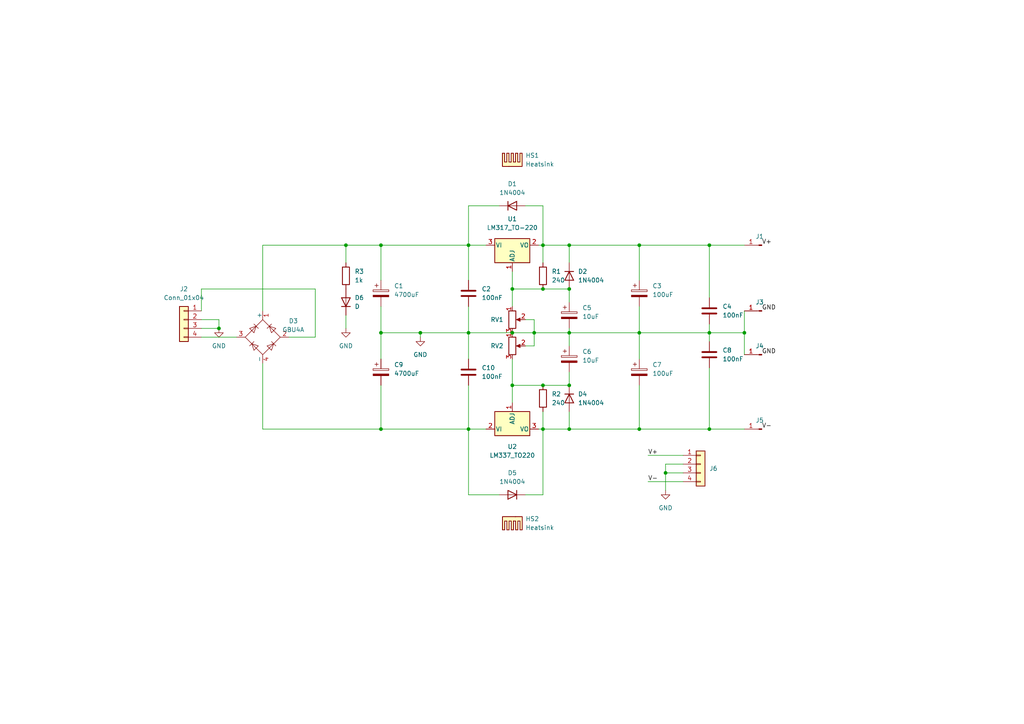
<source format=kicad_sch>
(kicad_sch (version 20211123) (generator eeschema)
  (paper "A4")
  (lib_symbols
    (symbol "Connector:Conn_01x01_Male" (pin_names (offset 1.016) hide)
      (property "Reference" "J" (at 0 2.54 0))
      (property "Value" "Conn_01x01_Male" (at 0 -2.54 0))
      (symbol "Conn_01x01_Male_1_1"
        (polyline (pts (xy 1.27 0) (xy 0.8636 0)) (stroke (width 0.1524)))
        (rectangle (start 0.8636 0.127) (end 0 -0.127) (stroke (width 0.1524)) (fill (type outline)))
        (pin passive line (at 5.08 0 180) (length 3.81) (name "Pin_1") (number "1"))
      )
    )
    (symbol "Connector_Generic:Conn_01x04" (pin_names (offset 1.016) hide)
      (property "Reference" "J" (at 0 5.08 0))
      (property "Value" "Conn_01x04" (at 0 -7.62 0))
      (symbol "Conn_01x04_1_1"
        (rectangle (start -1.27 -4.953) (end 0 -5.207) (stroke (width 0.1524)))
        (rectangle (start -1.27 -2.413) (end 0 -2.667) (stroke (width 0.1524)))
        (rectangle (start -1.27 0.127) (end 0 -0.127) (stroke (width 0.1524)))
        (rectangle (start -1.27 2.667) (end 0 2.413) (stroke (width 0.1524)))
        (rectangle (start -1.27 3.81) (end 1.27 -6.35) (stroke (width 0.254)) (fill (type background)))
        (pin passive line (at -5.08 2.54 0) (length 3.81) (name "Pin_1") (number "1"))
        (pin passive line (at -5.08 0 0) (length 3.81) (name "Pin_2") (number "2"))
        (pin passive line (at -5.08 -2.54 0) (length 3.81) (name "Pin_3") (number "3"))
        (pin passive line (at -5.08 -5.08 0) (length 3.81) (name "Pin_4") (number "4"))
      )
    )
    (symbol "Device:C" (pin_numbers hide) (pin_names (offset 0.254))
      (property "Reference" "C" (at 0.635 2.54 0))
      (property "Value" "C" (at 0.635 -2.54 0))
      (symbol "C_0_1"
        (polyline (pts (xy -2.032 -0.762) (xy 2.032 -0.762)) (stroke (width 0.508)))
        (polyline (pts (xy -2.032 0.762) (xy 2.032 0.762)) (stroke (width 0.508)))
      )
      (symbol "C_1_1"
        (pin passive line (at 0 3.81 270) (length 2.794) (name "~") (number "1"))
        (pin passive line (at 0 -3.81 90) (length 2.794) (name "~") (number "2"))
      )
    )
    (symbol "Device:C_Polarized" (pin_numbers hide) (pin_names (offset 0.254))
      (property "Reference" "C" (at 0.635 2.54 0))
      (property "Value" "C_Polarized" (at 0.635 -2.54 0))
      (symbol "C_Polarized_0_1"
        (rectangle (start -2.286 0.508) (end 2.286 1.016))
        (polyline (pts (xy -1.778 2.286) (xy -0.762 2.286)))
        (polyline (pts (xy -1.27 2.794) (xy -1.27 1.778)))
        (rectangle (start 2.286 -0.508) (end -2.286 -1.016) (fill (type outline)))
      )
      (symbol "C_Polarized_1_1"
        (pin passive line (at 0 3.81 270) (length 2.794) (name "~") (number "1"))
        (pin passive line (at 0 -3.81 90) (length 2.794) (name "~") (number "2"))
      )
    )
    (symbol "Device:D" (pin_numbers hide) (pin_names (offset 1.016) hide)
      (property "Reference" "D" (at 0 2.54 0))
      (property "Value" "D" (at 0 -2.54 0))
      (symbol "D_0_1"
        (polyline (pts (xy -1.27 1.27) (xy -1.27 -1.27)) (stroke (width 0.254)))
        (polyline (pts (xy 1.27 0) (xy -1.27 0)))
        (polyline (pts (xy 1.27 1.27) (xy 1.27 -1.27) (xy -1.27 0) (xy 1.27 1.27)) (stroke (width 0.254)))
      )
      (symbol "D_1_1"
        (pin passive line (at -3.81 0 0) (length 2.54) (name "K") (number "1"))
        (pin passive line (at 3.81 0 180) (length 2.54) (name "A") (number "2"))
      )
    )
    (symbol "Device:R" (pin_numbers hide) (pin_names (offset 0))
      (property "Reference" "R" (at 2.032 0 90))
      (property "Value" "R" (at 0 0 90))
      (symbol "R_0_1"
        (rectangle (start -1.016 -2.54) (end 1.016 2.54) (stroke (width 0.254)))
      )
      (symbol "R_1_1"
        (pin passive line (at 0 3.81 270) (length 1.27) (name "~") (number "1"))
        (pin passive line (at 0 -3.81 90) (length 1.27) (name "~") (number "2"))
      )
    )
    (symbol "Device:R_Potentiometer" (pin_names (offset 1.016) hide)
      (property "Reference" "RV" (at -4.445 0 90))
      (property "Value" "R_Potentiometer" (at -2.54 0 90))
      (symbol "R_Potentiometer_0_1"
        (polyline (pts (xy 2.54 0) (xy 1.524 0)))
        (polyline (pts (xy 1.143 0) (xy 2.286 0.508) (xy 2.286 -0.508) (xy 1.143 0)) (fill (type outline)))
        (rectangle (start 1.016 2.54) (end -1.016 -2.54) (stroke (width 0.254)))
      )
      (symbol "R_Potentiometer_1_1"
        (pin passive line (at 0 3.81 270) (length 1.27) (name "1") (number "1"))
        (pin passive line (at 3.81 0 180) (length 1.27) (name "2") (number "2"))
        (pin passive line (at 0 -3.81 90) (length 1.27) (name "3") (number "3"))
      )
    )
    (symbol "Diode_Bridge:GBU4A" (pin_names (offset 0))
      (property "Reference" "D" (at 2.54 6.985 0))
      (property "Value" "GBU4A" (at 2.54 5.08 0))
      (symbol "GBU4A_0_1"
        (polyline (pts (xy -2.54 3.81) (xy -1.27 2.54)))
        (polyline (pts (xy -1.27 -2.54) (xy -2.54 -3.81)))
        (polyline (pts (xy 2.54 -1.27) (xy 3.81 -2.54)))
        (polyline (pts (xy 2.54 1.27) (xy 3.81 2.54)))
        (polyline (pts (xy -3.81 2.54) (xy -2.54 1.27) (xy -1.905 3.175) (xy -3.81 2.54)))
        (polyline (pts (xy -2.54 -1.27) (xy -3.81 -2.54) (xy -1.905 -3.175) (xy -2.54 -1.27)))
        (polyline (pts (xy 1.27 2.54) (xy 2.54 3.81) (xy 3.175 1.905) (xy 1.27 2.54)))
        (polyline (pts (xy 3.175 -1.905) (xy 1.27 -2.54) (xy 2.54 -3.81) (xy 3.175 -1.905)))
        (polyline (pts (xy -5.08 0) (xy 0 -5.08) (xy 5.08 0) (xy 0 5.08) (xy -5.08 0)))
      )
      (symbol "GBU4A_1_1"
        (pin passive line (at 7.62 0 180) (length 2.54) (name "+") (number "1"))
        (pin passive line (at 0 -7.62 90) (length 2.54) (name "~") (number "2"))
        (pin passive line (at 0 7.62 270) (length 2.54) (name "~") (number "3"))
        (pin passive line (at -7.62 0 0) (length 2.54) (name "-") (number "4"))
      )
    )
    (symbol "Mechanical:Heatsink" (pin_names (offset 1.016))
      (property "Reference" "HS" (at 0 5.08 0))
      (property "Value" "Heatsink" (at 0 -1.27 0))
      (symbol "Heatsink_0_1"
        (polyline (pts (xy -0.3302 1.27) (xy -0.9652 1.27) (xy -0.9652 3.81) (xy -1.6002 3.81) (xy -1.6002 1.27) (xy -2.2352 1.27) (xy -2.2352 3.81) (xy -2.8702 3.81) (xy -2.8702 0) (xy -0.9652 0)) (stroke (width 0.254)) (fill (type background)))
        (polyline (pts (xy -0.3302 1.27) (xy -0.3302 3.81) (xy 0.3048 3.81) (xy 0.3048 1.27) (xy 0.9398 1.27) (xy 0.9398 3.81) (xy 1.5748 3.81) (xy 1.5748 1.27) (xy 2.2098 1.27) (xy 2.2098 3.81) (xy 2.8448 3.81) (xy 2.8448 0) (xy -0.9652 0)) (stroke (width 0.254)) (fill (type background)))
      )
    )
    (symbol "Regulator_Linear:LM317_TO-220" (pin_names (offset 0.254))
      (property "Reference" "U" (at -3.81 3.175 0))
      (property "Value" "LM317_TO-220" (at 0 3.175 0))
      (symbol "LM317_TO-220_0_1"
        (rectangle (start -5.08 1.905) (end 5.08 -5.08) (stroke (width 0.254)) (fill (type background)))
      )
      (symbol "LM317_TO-220_1_1"
        (pin input line (at 0 -7.62 90) (length 2.54) (name "ADJ") (number "1"))
        (pin power_out line (at 7.62 0 180) (length 2.54) (name "VO") (number "2"))
        (pin power_in line (at -7.62 0 0) (length 2.54) (name "VI") (number "3"))
      )
    )
    (symbol "Regulator_Linear:LM337_TO220" (pin_names (offset 0.254))
      (property "Reference" "U" (at -3.81 -3.175 0))
      (property "Value" "LM337_TO220" (at 0 -3.175 0))
      (symbol "LM337_TO220_0_1"
        (rectangle (start -5.08 5.08) (end 5.08 -1.905) (stroke (width 0.254)) (fill (type background)))
      )
      (symbol "LM337_TO220_1_1"
        (pin input line (at 0 7.62 270) (length 2.54) (name "ADJ") (number "1"))
        (pin power_in line (at -7.62 0 0) (length 2.54) (name "VI") (number "2"))
        (pin power_out line (at 7.62 0 180) (length 2.54) (name "VO") (number "3"))
      )
    )
    (symbol "power:GND" (power) (pin_names (offset 0))
      (property "Value" "GND" (at 0 -3.81 0))
      (symbol "GND_0_1"
        (polyline (pts (xy 0 0) (xy 0 -1.27) (xy 1.27 -1.27) (xy 0 -2.54) (xy -1.27 -1.27) (xy 0 -1.27)))
      )
      (symbol "GND_1_1"
        (pin power_in line (at 0 0 270) (length 0) hide (name "GND") (number "1"))
      )
    )
  )
  (junction (at 110.49 71.12))
  (junction (at 215.9 96.52))
  (junction (at 157.48 111.76))
  (junction (at 185.42 96.52))
  (junction (at 165.1 124.46))
  (junction (at 148.59 111.76))
  (junction (at 205.74 71.12))
  (junction (at 185.42 124.46))
  (junction (at 121.92 96.52))
  (junction (at 157.48 71.12))
  (junction (at 135.89 96.52))
  (junction (at 185.42 71.12))
  (junction (at 165.1 111.76))
  (junction (at 165.1 83.82))
  (junction (at 165.1 96.52))
  (junction (at 100.33 71.12))
  (junction (at 110.49 96.52))
  (junction (at 157.48 83.82))
  (junction (at 154.94 96.52))
  (junction (at 165.1 71.12))
  (junction (at 193.04 137.16))
  (junction (at 148.59 96.52))
  (junction (at 135.89 124.46))
  (junction (at 135.89 71.12))
  (junction (at 205.74 124.46))
  (junction (at 110.49 124.46))
  (junction (at 157.48 124.46))
  (junction (at 205.74 96.52))
  (junction (at 148.59 83.82))
  (junction (at 63.5 95.25))
  (wire (pts (xy 185.42 71.12) (xy 205.74 71.12)))
  (wire (pts (xy 58.42 83.82) (xy 91.44 83.82)))
  (wire (pts (xy 135.89 96.52) (xy 148.59 96.52)))
  (wire (pts (xy 156.21 71.12) (xy 157.48 71.12)))
  (wire (pts (xy 157.48 111.76) (xy 165.1 111.76)))
  (wire (pts (xy 157.48 71.12) (xy 165.1 71.12)))
  (wire (pts (xy 58.42 83.82) (xy 58.42 90.17)))
  (wire (pts (xy 185.42 71.12) (xy 185.42 81.28)))
  (wire (pts (xy 76.2 90.17) (xy 76.2 71.12)))
  (wire (pts (xy 76.2 71.12) (xy 100.33 71.12)))
  (wire (pts (xy 185.42 111.76) (xy 185.42 124.46)))
  (wire (pts (xy 205.74 96.52) (xy 215.9 96.52)))
  (wire (pts (xy 148.59 111.76) (xy 148.59 116.84)))
  (wire (pts (xy 205.74 71.12) (xy 205.74 86.36)))
  (wire (pts (xy 165.1 124.46) (xy 185.42 124.46)))
  (wire (pts (xy 185.42 96.52) (xy 205.74 96.52)))
  (wire (pts (xy 165.1 83.82) (xy 165.1 87.63)))
  (wire (pts (xy 157.48 71.12) (xy 157.48 76.2)))
  (wire (pts (xy 148.59 96.52) (xy 154.94 96.52)))
  (wire (pts (xy 148.59 83.82) (xy 157.48 83.82)))
  (wire (pts (xy 135.89 96.52) (xy 135.89 104.14)))
  (wire (pts (xy 144.78 59.69) (xy 135.89 59.69)))
  (wire (pts (xy 215.9 90.17) (xy 215.9 96.52)))
  (wire (pts (xy 205.74 71.12) (xy 215.9 71.12)))
  (wire (pts (xy 152.4 92.71) (xy 154.94 92.71)))
  (wire (pts (xy 215.9 96.52) (xy 215.9 102.87)))
  (wire (pts (xy 165.1 119.38) (xy 165.1 124.46)))
  (wire (pts (xy 185.42 88.9) (xy 185.42 96.52)))
  (wire (pts (xy 83.82 97.79) (xy 91.44 97.79)))
  (wire (pts (xy 165.1 71.12) (xy 185.42 71.12)))
  (wire (pts (xy 110.49 111.76) (xy 110.49 124.46)))
  (wire (pts (xy 157.48 83.82) (xy 165.1 83.82)))
  (wire (pts (xy 121.92 96.52) (xy 135.89 96.52)))
  (wire (pts (xy 193.04 134.62) (xy 198.12 134.62)))
  (wire (pts (xy 76.2 105.41) (xy 76.2 124.46)))
  (wire (pts (xy 205.74 106.68) (xy 205.74 124.46)))
  (wire (pts (xy 148.59 111.76) (xy 157.48 111.76)))
  (wire (pts (xy 157.48 119.38) (xy 157.48 124.46)))
  (wire (pts (xy 165.1 95.25) (xy 165.1 96.52)))
  (wire (pts (xy 58.42 97.79) (xy 68.58 97.79)))
  (wire (pts (xy 152.4 100.33) (xy 154.94 100.33)))
  (wire (pts (xy 135.89 88.9) (xy 135.89 96.52)))
  (wire (pts (xy 76.2 124.46) (xy 110.49 124.46)))
  (wire (pts (xy 156.21 124.46) (xy 157.48 124.46)))
  (wire (pts (xy 110.49 96.52) (xy 110.49 104.14)))
  (wire (pts (xy 135.89 59.69) (xy 135.89 71.12)))
  (wire (pts (xy 110.49 88.9) (xy 110.49 96.52)))
  (wire (pts (xy 148.59 104.14) (xy 148.59 111.76)))
  (wire (pts (xy 165.1 96.52) (xy 165.1 100.33)))
  (wire (pts (xy 91.44 83.82) (xy 91.44 97.79)))
  (wire (pts (xy 157.48 124.46) (xy 165.1 124.46)))
  (wire (pts (xy 157.48 71.12) (xy 157.48 59.69)))
  (wire (pts (xy 157.48 59.69) (xy 152.4 59.69)))
  (wire (pts (xy 193.04 137.16) (xy 198.12 137.16)))
  (wire (pts (xy 154.94 100.33) (xy 154.94 96.52)))
  (wire (pts (xy 148.59 78.74) (xy 148.59 83.82)))
  (wire (pts (xy 152.4 143.51) (xy 157.48 143.51)))
  (wire (pts (xy 135.89 111.76) (xy 135.89 124.46)))
  (wire (pts (xy 187.96 139.7) (xy 198.12 139.7)))
  (wire (pts (xy 185.42 124.46) (xy 205.74 124.46)))
  (wire (pts (xy 205.74 93.98) (xy 205.74 96.52)))
  (wire (pts (xy 110.49 96.52) (xy 121.92 96.52)))
  (wire (pts (xy 165.1 71.12) (xy 165.1 76.2)))
  (wire (pts (xy 165.1 96.52) (xy 185.42 96.52)))
  (wire (pts (xy 135.89 71.12) (xy 135.89 81.28)))
  (wire (pts (xy 121.92 96.52) (xy 121.92 97.79)))
  (wire (pts (xy 110.49 124.46) (xy 135.89 124.46)))
  (wire (pts (xy 135.89 143.51) (xy 144.78 143.51)))
  (wire (pts (xy 110.49 81.28) (xy 110.49 71.12)))
  (wire (pts (xy 205.74 96.52) (xy 205.74 99.06)))
  (wire (pts (xy 165.1 107.95) (xy 165.1 111.76)))
  (wire (pts (xy 100.33 91.44) (xy 100.33 95.25)))
  (wire (pts (xy 63.5 92.71) (xy 63.5 95.25)))
  (wire (pts (xy 58.42 95.25) (xy 63.5 95.25)))
  (wire (pts (xy 193.04 137.16) (xy 193.04 134.62)))
  (wire (pts (xy 135.89 124.46) (xy 140.97 124.46)))
  (wire (pts (xy 205.74 124.46) (xy 215.9 124.46)))
  (wire (pts (xy 135.89 124.46) (xy 135.89 143.51)))
  (wire (pts (xy 154.94 96.52) (xy 165.1 96.52)))
  (wire (pts (xy 110.49 71.12) (xy 135.89 71.12)))
  (wire (pts (xy 193.04 142.24) (xy 193.04 137.16)))
  (wire (pts (xy 100.33 76.2) (xy 100.33 71.12)))
  (wire (pts (xy 58.42 92.71) (xy 63.5 92.71)))
  (wire (pts (xy 148.59 83.82) (xy 148.59 88.9)))
  (wire (pts (xy 185.42 96.52) (xy 185.42 104.14)))
  (wire (pts (xy 154.94 92.71) (xy 154.94 96.52)))
  (wire (pts (xy 187.96 132.08) (xy 198.12 132.08)))
  (wire (pts (xy 135.89 71.12) (xy 140.97 71.12)))
  (wire (pts (xy 100.33 71.12) (xy 110.49 71.12)))
  (wire (pts (xy 157.48 124.46) (xy 157.48 143.51)))
  (label "GND" (at 220.98 102.87 0))
  (label "GND" (at 220.98 90.17 0))
  (label "V+" (at 220.98 71.12 0))
  (label "V-" (at 187.96 139.7 0))
  (label "V-" (at 220.98 124.46 0))
  (label "V+" (at 187.96 132.08 0))
  (symbol (lib_id "Device:C_Polarized") (at 185.42 107.95 0) (unit 1)
    (property "Reference" "C7" (at 189.23 105.7909 0) (effects (justify left)))
    (property "Value" "100uF" (at 189.23 108.3309 0) (effects (justify left)))
    (property "Footprint" "Capacitor_THT:CP_Radial_D7.5mm_P2.50mm" (effects hide))
  )
  (symbol (lib_id "Mechanical:Heatsink") (at 148.59 149.86 180) (unit 1)
    (property "Reference" "HS2" (at 152.4 150.4949 0) (effects (justify right)))
    (property "Value" "Heatsink" (at 152.4 153.0349 0) (effects (justify right)))
    (property "Footprint" "Heatsink:Heatsink_Stonecold_HS-132_32x14mm_2xFixation1.5mm" (effects hide))
  )
  (symbol (lib_id "Device:C_Polarized") (at 165.1 104.14 0) (unit 1)
    (property "Reference" "C6" (at 168.91 101.9809 0) (effects (justify left)))
    (property "Value" "10uF" (at 168.91 104.5209 0) (effects (justify left)))
    (property "Footprint" "Capacitor_THT:CP_Radial_D5.0mm_P2.50mm" (effects hide))
  )
  (symbol (lib_id "Device:R_Potentiometer") (at 148.59 92.71 0) (unit 1)
    (property "Reference" "RV1" (at 146.05 92.7099 0) (effects (justify right)))
    (property "Value" "R_Potentiometer" (effects hide))
    (property "Footprint" "Potentiometer_THT:Potentiometer_Piher_T-16L_Single_Vertical_Hole" (effects hide))
  )
  (symbol (lib_id "Regulator_Linear:LM337_TO220") (at 148.59 124.46 0) (unit 1)
    (property "Reference" "U2" (at 148.59 129.54 0))
    (property "Value" "LM337_TO220" (at 148.59 132.08 0))
    (property "Footprint" "Package_TO_SOT_THT:TO-220-3_Vertical" (effects hide))
    (property "Datasheet" "http://www.ti.com/lit/ds/symlink/lm337-n.pdf" (effects hide))
  )
  (symbol (lib_id "Device:C") (at 135.89 85.09 0) (unit 1)
    (property "Reference" "C2" (at 139.7 83.8199 0) (effects (justify left)))
    (property "Value" "100nF" (at 139.7 86.3599 0) (effects (justify left)))
    (property "Footprint" "Capacitor_THT:C_Disc_D3.0mm_W2.0mm_P2.50mm" (effects hide))
  )
  (symbol (lib_id "Device:R") (at 157.48 80.01 0) (unit 1)
    (property "Reference" "R1" (at 160.02 78.7399 0) (effects (justify left)))
    (property "Value" "240" (at 160.02 81.2799 0) (effects (justify left)))
    (property "Footprint" "Resistor_THT:R_Axial_DIN0207_L6.3mm_D2.5mm_P10.16mm_Horizontal" (effects hide))
  )
  (symbol (lib_id "power:GND") (at 121.92 97.79 0) (unit 1)
    (property "Reference" "#PWR0103" (effects hide))
    (property "Value" "GND" (at 121.92 102.87 0))
  )
  (symbol (lib_id "power:GND") (at 193.04 142.24 0) (unit 1)
    (property "Reference" "#PWR0104" (effects hide))
    (property "Value" "GND" (at 193.04 147.32 0))
  )
  (symbol (lib_id "Connector:Conn_01x01_Male") (at 220.98 102.87 180) (unit 1)
    (property "Reference" "J4" (at 220.345 100.33 0))
    (property "Value" "Conn_01x01_Male" (effects hide))
    (property "Footprint" "footprints:Banana_Jack_1Pin" (effects hide))
  )
  (symbol (lib_id "Connector:Conn_01x01_Male") (at 220.98 124.46 180) (unit 1)
    (property "Reference" "J5" (at 220.345 121.92 0))
    (property "Value" "Conn_01x01_Male" (effects hide))
    (property "Footprint" "footprints:Banana_Jack_1Pin" (effects hide))
  )
  (symbol (lib_id "Diode_Bridge:GBU4A") (at 76.2 97.79 90) (unit 1)
    (property "Reference" "D3" (at 85.09 93.091 90))
    (property "Value" "GBU4A" (at 85.09 95.631 90))
    (property "Footprint" "Diode_THT:Diode_Bridge_Vishay_GBU" (effects hide))
    (property "Datasheet" "http://www.vishay.com/docs/88656/gbu4a.pdf" (effects hide))
  )
  (symbol (lib_id "Device:D") (at 165.1 80.01 270) (unit 1)
    (property "Reference" "D2" (at 167.64 78.7399 90) (effects (justify left)))
    (property "Value" "1N4004" (at 167.64 81.2799 90) (effects (justify left)))
    (property "Footprint" "Diode_THT:D_A-405_P10.16mm_Horizontal" (effects hide))
  )
  (symbol (lib_id "Connector:Conn_01x01_Male") (at 220.98 90.17 180) (unit 1)
    (property "Reference" "J3" (at 220.345 87.63 0))
    (property "Value" "Conn_01x01_Male" (effects hide))
    (property "Footprint" "footprints:Banana_Jack_1Pin" (effects hide))
  )
  (symbol (lib_id "Device:C") (at 205.74 90.17 0) (unit 1)
    (property "Reference" "C4" (at 209.55 88.8999 0) (effects (justify left)))
    (property "Value" "100nF" (at 209.55 91.4399 0) (effects (justify left)))
    (property "Footprint" "Capacitor_THT:C_Disc_D3.0mm_W2.0mm_P2.50mm" (effects hide))
  )
  (symbol (lib_id "Connector:Conn_01x01_Male") (at 220.98 71.12 180) (unit 1)
    (property "Reference" "J1" (at 220.345 68.58 0))
    (property "Value" "Conn_01x01_Male" (effects hide))
    (property "Footprint" "footprints:Banana_Jack_1Pin" (effects hide))
  )
  (symbol (lib_id "Device:C_Polarized") (at 185.42 85.09 0) (unit 1)
    (property "Reference" "C3" (at 189.23 82.9309 0) (effects (justify left)))
    (property "Value" "100uF" (at 189.23 85.4709 0) (effects (justify left)))
    (property "Footprint" "Capacitor_THT:CP_Radial_D7.5mm_P2.50mm" (effects hide))
  )
  (symbol (lib_id "Device:C_Polarized") (at 165.1 91.44 0) (unit 1)
    (property "Reference" "C5" (at 168.91 89.2809 0) (effects (justify left)))
    (property "Value" "10uF" (at 168.91 91.8209 0) (effects (justify left)))
    (property "Footprint" "Capacitor_THT:CP_Radial_D5.0mm_P2.50mm" (effects hide))
  )
  (symbol (lib_id "Device:R") (at 100.33 80.01 0) (unit 1)
    (property "Reference" "R3" (at 102.87 78.7399 0) (effects (justify left)))
    (property "Value" "1k" (at 102.87 81.2799 0) (effects (justify left)))
    (property "Footprint" "Resistor_THT:R_Axial_DIN0204_L3.6mm_D1.6mm_P7.62mm_Horizontal" (effects hide))
  )
  (symbol (lib_id "Device:R") (at 157.48 115.57 0) (unit 1)
    (property "Reference" "R2" (at 160.02 114.2999 0) (effects (justify left)))
    (property "Value" "240" (at 160.02 116.8399 0) (effects (justify left)))
    (property "Footprint" "Resistor_THT:R_Axial_DIN0207_L6.3mm_D2.5mm_P10.16mm_Horizontal" (effects hide))
  )
  (symbol (lib_id "Connector_Generic:Conn_01x04") (at 203.2 134.62 0) (unit 1)
    (property "Reference" "J6" (at 205.74 135.8899 0) (effects (justify left)))
    (property "Value" "Conn_01x04" (effects hide))
    (property "Footprint" "Connector:FanPinHeader_1x04_P2.54mm_Vertical" (effects hide))
  )
  (symbol (lib_id "Mechanical:Heatsink") (at 148.59 48.26 0) (unit 1)
    (property "Reference" "HS1" (at 152.4 45.0849 0) (effects (justify left)))
    (property "Value" "Heatsink" (at 152.4 47.6249 0) (effects (justify left)))
    (property "Footprint" "xHeatsink:Heatsink_AAVID_573300D00010G_TO-263" (effects hide))
  )
  (symbol (lib_id "power:GND") (at 63.5 95.25 0) (unit 1)
    (property "Reference" "#PWR0102" (effects hide))
    (property "Value" "GND" (at 63.5 100.33 0))
  )
  (symbol (lib_id "Device:C_Polarized") (at 110.49 107.95 0) (unit 1)
    (property "Reference" "C9" (at 114.3 105.7909 0) (effects (justify left)))
    (property "Value" "4700uF" (at 114.3 108.3309 0) (effects (justify left)))
    (property "Footprint" "Capacitor_THT:CP_Radial_Tantal_D6.0mm_P5.00mm" (effects hide))
  )
  (symbol (lib_id "Connector_Generic:Conn_01x04") (at 53.34 92.71 0) (mirror y) (unit 1)
    (property "Reference" "J2" (at 53.34 83.82 0))
    (property "Value" "Conn_01x04" (at 53.34 86.36 0))
    (property "Footprint" "Connector:FanPinHeader_1x04_P2.54mm_Vertical" (effects hide))
  )
  (symbol (lib_id "Device:C_Polarized") (at 110.49 85.09 0) (unit 1)
    (property "Reference" "C1" (at 114.3 82.9309 0) (effects (justify left)))
    (property "Value" "4700uF" (at 114.3 85.4709 0) (effects (justify left)))
    (property "Footprint" "Capacitor_THT:CP_Radial_Tantal_D6.0mm_P5.00mm" (effects hide))
  )
  (symbol (lib_id "Device:C") (at 135.89 107.95 0) (unit 1)
    (property "Reference" "C10" (at 139.7 106.6799 0) (effects (justify left)))
    (property "Value" "100nF" (at 139.7 109.2199 0) (effects (justify left)))
    (property "Footprint" "Capacitor_THT:C_Disc_D3.0mm_W2.0mm_P2.50mm" (effects hide))
  )
  (symbol (lib_id "Device:R_Potentiometer") (at 148.59 100.33 0) (unit 1)
    (property "Reference" "RV2" (at 146.05 100.3299 0) (effects (justify right)))
    (property "Value" "R_Potentiometer" (effects hide))
    (property "Footprint" "Potentiometer_THT:Potentiometer_Piher_T-16L_Single_Vertical_Hole" (effects hide))
  )
  (symbol (lib_id "Device:D") (at 165.1 115.57 270) (unit 1)
    (property "Reference" "D4" (at 167.64 114.2999 90) (effects (justify left)))
    (property "Value" "1N4004" (at 167.64 116.8399 90) (effects (justify left)))
    (property "Footprint" "Diode_THT:D_A-405_P10.16mm_Horizontal" (effects hide))
  )
  (symbol (lib_id "Device:C") (at 205.74 102.87 0) (unit 1)
    (property "Reference" "C8" (at 209.55 101.5999 0) (effects (justify left)))
    (property "Value" "100nF" (at 209.55 104.1399 0) (effects (justify left)))
    (property "Footprint" "Capacitor_THT:C_Disc_D3.0mm_W2.0mm_P2.50mm" (effects hide))
  )
  (symbol (lib_id "Regulator_Linear:LM317_TO-220") (at 148.59 71.12 0) (unit 1)
    (property "Reference" "U1" (at 148.59 63.5 0))
    (property "Value" "LM317_TO-220" (at 148.59 66.04 0))
    (property "Footprint" "Package_TO_SOT_THT:TO-220-3_Vertical" (effects hide))
    (property "Datasheet" "http://www.ti.com/lit/ds/symlink/lm317.pdf" (effects hide))
  )
  (symbol (lib_id "Device:D") (at 148.59 59.69 0) (unit 1)
    (property "Reference" "D1" (at 148.59 53.34 0))
    (property "Value" "1N4004" (at 148.59 55.88 0))
    (property "Footprint" "Diode_THT:D_A-405_P10.16mm_Horizontal" (effects hide))
  )
  (symbol (lib_id "Device:D") (at 100.33 87.63 90) (unit 1)
    (property "Reference" "D6" (at 102.87 86.3599 90) (effects (justify right)))
    (property "Value" "D" (at 102.87 88.8999 90) (effects (justify right)))
    (property "Footprint" "LED_THT:LED_D5.0mm" (effects hide))
  )
  (symbol (lib_id "power:GND") (at 100.33 95.25 0) (unit 1)
    (property "Reference" "#PWR0101" (effects hide))
    (property "Value" "GND" (at 100.33 100.33 0))
  )
  (symbol (lib_id "Device:D") (at 148.59 143.51 180) (unit 1)
    (property "Reference" "D5" (at 148.59 137.16 0))
    (property "Value" "1N4004" (at 148.59 139.7 0))
    (property "Footprint" "Diode_THT:D_A-405_P10.16mm_Horizontal" (effects hide))
  )
)
</source>
